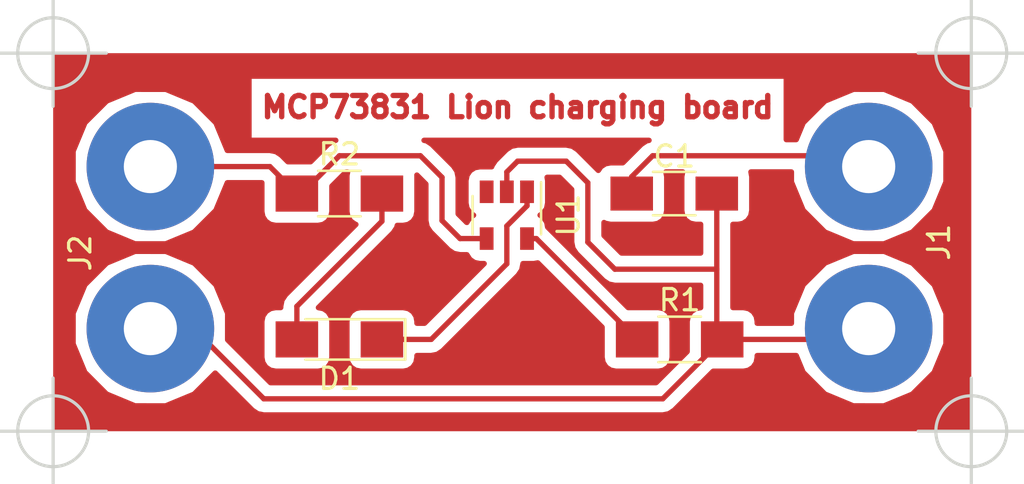
<source format=kicad_pcb>
(kicad_pcb (version 4) (host pcbnew 4.0.7)

  (general
    (links 11)
    (no_connects 1)
    (area 124.5 96.56 172.68 119.34)
    (thickness 1.6)
    (drawings 5)
    (tracks 39)
    (zones 0)
    (modules 7)
    (nets 7)
  )

  (page A4)
  (layers
    (0 F.Cu signal)
    (31 B.Cu signal)
    (32 B.Adhes user)
    (33 F.Adhes user)
    (34 B.Paste user)
    (35 F.Paste user)
    (36 B.SilkS user)
    (37 F.SilkS user)
    (38 B.Mask user)
    (39 F.Mask user)
    (40 Dwgs.User user)
    (41 Cmts.User user)
    (42 Eco1.User user)
    (43 Eco2.User user)
    (44 Edge.Cuts user)
    (45 Margin user)
    (46 B.CrtYd user)
    (47 F.CrtYd user)
    (48 B.Fab user)
    (49 F.Fab user)
  )

  (setup
    (last_trace_width 0.25)
    (trace_clearance 0.2)
    (zone_clearance 0.508)
    (zone_45_only no)
    (trace_min 0.2)
    (segment_width 0.2)
    (edge_width 0.15)
    (via_size 0.6)
    (via_drill 0.4)
    (via_min_size 0.4)
    (via_min_drill 0.3)
    (uvia_size 0.3)
    (uvia_drill 0.1)
    (uvias_allowed no)
    (uvia_min_size 0.2)
    (uvia_min_drill 0.1)
    (pcb_text_width 0.3)
    (pcb_text_size 1.5 1.5)
    (mod_edge_width 0.15)
    (mod_text_size 1 1)
    (mod_text_width 0.15)
    (pad_size 1.524 1.524)
    (pad_drill 0.762)
    (pad_to_mask_clearance 0.2)
    (aux_axis_origin 0 0)
    (visible_elements 7FFFFFFF)
    (pcbplotparams
      (layerselection 0x00030_80000001)
      (usegerberextensions false)
      (excludeedgelayer true)
      (linewidth 0.100000)
      (plotframeref false)
      (viasonmask false)
      (mode 1)
      (useauxorigin false)
      (hpglpennumber 1)
      (hpglpenspeed 20)
      (hpglpendiameter 15)
      (hpglpenoverlay 2)
      (psnegative false)
      (psa4output false)
      (plotreference true)
      (plotvalue true)
      (plotinvisibletext false)
      (padsonsilk true)
      (subtractmaskfromsilk false)
      (outputformat 1)
      (mirror false)
      (drillshape 0)
      (scaleselection 1)
      (outputdirectory gerber/))
  )

  (net 0 "")
  (net 1 "Net-(C1-Pad1)")
  (net 2 GND)
  (net 3 "Net-(D1-Pad1)")
  (net 4 "Net-(D1-Pad2)")
  (net 5 "Net-(R1-Pad1)")
  (net 6 +5V)

  (net_class Default "This is the default net class."
    (clearance 0.2)
    (trace_width 0.25)
    (via_dia 0.6)
    (via_drill 0.4)
    (uvia_dia 0.3)
    (uvia_drill 0.1)
    (add_net +5V)
    (add_net GND)
    (add_net "Net-(C1-Pad1)")
    (add_net "Net-(D1-Pad1)")
    (add_net "Net-(D1-Pad2)")
    (add_net "Net-(R1-Pad1)")
  )

  (module Capacitors_SMD:C_1206_HandSoldering (layer F.Cu) (tedit 58AA84D1) (tstamp 5BC492C9)
    (at 156.21 105.664)
    (descr "Capacitor SMD 1206, hand soldering")
    (tags "capacitor 1206")
    (path /5BC49122)
    (attr smd)
    (fp_text reference C1 (at 0 -1.75) (layer F.SilkS)
      (effects (font (size 1 1) (thickness 0.15)))
    )
    (fp_text value 4.7uf (at 0 2) (layer F.Fab)
      (effects (font (size 1 1) (thickness 0.15)))
    )
    (fp_text user %R (at 0 -1.75) (layer F.Fab)
      (effects (font (size 1 1) (thickness 0.15)))
    )
    (fp_line (start -1.6 0.8) (end -1.6 -0.8) (layer F.Fab) (width 0.1))
    (fp_line (start 1.6 0.8) (end -1.6 0.8) (layer F.Fab) (width 0.1))
    (fp_line (start 1.6 -0.8) (end 1.6 0.8) (layer F.Fab) (width 0.1))
    (fp_line (start -1.6 -0.8) (end 1.6 -0.8) (layer F.Fab) (width 0.1))
    (fp_line (start 1 -1.02) (end -1 -1.02) (layer F.SilkS) (width 0.12))
    (fp_line (start -1 1.02) (end 1 1.02) (layer F.SilkS) (width 0.12))
    (fp_line (start -3.25 -1.05) (end 3.25 -1.05) (layer F.CrtYd) (width 0.05))
    (fp_line (start -3.25 -1.05) (end -3.25 1.05) (layer F.CrtYd) (width 0.05))
    (fp_line (start 3.25 1.05) (end 3.25 -1.05) (layer F.CrtYd) (width 0.05))
    (fp_line (start 3.25 1.05) (end -3.25 1.05) (layer F.CrtYd) (width 0.05))
    (pad 1 smd rect (at -2 0) (size 2 1.6) (layers F.Cu F.Paste F.Mask)
      (net 1 "Net-(C1-Pad1)"))
    (pad 2 smd rect (at 2 0) (size 2 1.6) (layers F.Cu F.Paste F.Mask)
      (net 2 GND))
    (model Capacitors_SMD.3dshapes/C_1206.wrl
      (at (xyz 0 0 0))
      (scale (xyz 1 1 1))
      (rotate (xyz 0 0 0))
    )
  )

  (module LEDs:LED_1206_HandSoldering (layer F.Cu) (tedit 595FC724) (tstamp 5BC492CF)
    (at 140.462 112.522 180)
    (descr "LED SMD 1206, hand soldering")
    (tags "LED 1206")
    (path /5BC48FBC)
    (attr smd)
    (fp_text reference D1 (at 0 -1.85 180) (layer F.SilkS)
      (effects (font (size 1 1) (thickness 0.15)))
    )
    (fp_text value led (at 0 1.9 180) (layer F.Fab)
      (effects (font (size 1 1) (thickness 0.15)))
    )
    (fp_line (start -3.1 -0.95) (end -3.1 0.95) (layer F.SilkS) (width 0.12))
    (fp_line (start -0.4 0) (end 0.2 -0.4) (layer F.Fab) (width 0.1))
    (fp_line (start 0.2 -0.4) (end 0.2 0.4) (layer F.Fab) (width 0.1))
    (fp_line (start 0.2 0.4) (end -0.4 0) (layer F.Fab) (width 0.1))
    (fp_line (start -0.45 -0.4) (end -0.45 0.4) (layer F.Fab) (width 0.1))
    (fp_line (start -1.6 0.8) (end -1.6 -0.8) (layer F.Fab) (width 0.1))
    (fp_line (start 1.6 0.8) (end -1.6 0.8) (layer F.Fab) (width 0.1))
    (fp_line (start 1.6 -0.8) (end 1.6 0.8) (layer F.Fab) (width 0.1))
    (fp_line (start -1.6 -0.8) (end 1.6 -0.8) (layer F.Fab) (width 0.1))
    (fp_line (start -3.1 0.95) (end 1.6 0.95) (layer F.SilkS) (width 0.12))
    (fp_line (start -3.1 -0.95) (end 1.6 -0.95) (layer F.SilkS) (width 0.12))
    (fp_line (start -3.25 -1.11) (end 3.25 -1.11) (layer F.CrtYd) (width 0.05))
    (fp_line (start -3.25 -1.11) (end -3.25 1.1) (layer F.CrtYd) (width 0.05))
    (fp_line (start 3.25 1.1) (end 3.25 -1.11) (layer F.CrtYd) (width 0.05))
    (fp_line (start 3.25 1.1) (end -3.25 1.1) (layer F.CrtYd) (width 0.05))
    (pad 1 smd rect (at -2 0 180) (size 2 1.7) (layers F.Cu F.Paste F.Mask)
      (net 3 "Net-(D1-Pad1)"))
    (pad 2 smd rect (at 2 0 180) (size 2 1.7) (layers F.Cu F.Paste F.Mask)
      (net 4 "Net-(D1-Pad2)"))
    (model ${KISYS3DMOD}/LEDs.3dshapes/LED_1206.wrl
      (at (xyz 0 0 0))
      (scale (xyz 1 1 1))
      (rotate (xyz 0 0 180))
    )
  )

  (module Resistors_SMD:R_1206_HandSoldering (layer F.Cu) (tedit 58E0A804) (tstamp 5BC492E1)
    (at 156.464 112.522)
    (descr "Resistor SMD 1206, hand soldering")
    (tags "resistor 1206")
    (path /5BC4900E)
    (attr smd)
    (fp_text reference R1 (at 0 -1.85) (layer F.SilkS)
      (effects (font (size 1 1) (thickness 0.15)))
    )
    (fp_text value 2k (at 0 1.9) (layer F.Fab)
      (effects (font (size 1 1) (thickness 0.15)))
    )
    (fp_text user %R (at 0 0) (layer F.Fab)
      (effects (font (size 0.7 0.7) (thickness 0.105)))
    )
    (fp_line (start -1.6 0.8) (end -1.6 -0.8) (layer F.Fab) (width 0.1))
    (fp_line (start 1.6 0.8) (end -1.6 0.8) (layer F.Fab) (width 0.1))
    (fp_line (start 1.6 -0.8) (end 1.6 0.8) (layer F.Fab) (width 0.1))
    (fp_line (start -1.6 -0.8) (end 1.6 -0.8) (layer F.Fab) (width 0.1))
    (fp_line (start 1 1.07) (end -1 1.07) (layer F.SilkS) (width 0.12))
    (fp_line (start -1 -1.07) (end 1 -1.07) (layer F.SilkS) (width 0.12))
    (fp_line (start -3.25 -1.11) (end 3.25 -1.11) (layer F.CrtYd) (width 0.05))
    (fp_line (start -3.25 -1.11) (end -3.25 1.1) (layer F.CrtYd) (width 0.05))
    (fp_line (start 3.25 1.1) (end 3.25 -1.11) (layer F.CrtYd) (width 0.05))
    (fp_line (start 3.25 1.1) (end -3.25 1.1) (layer F.CrtYd) (width 0.05))
    (pad 1 smd rect (at -2 0) (size 2 1.7) (layers F.Cu F.Paste F.Mask)
      (net 5 "Net-(R1-Pad1)"))
    (pad 2 smd rect (at 2 0) (size 2 1.7) (layers F.Cu F.Paste F.Mask)
      (net 2 GND))
    (model ${KISYS3DMOD}/Resistors_SMD.3dshapes/R_1206.wrl
      (at (xyz 0 0 0))
      (scale (xyz 1 1 1))
      (rotate (xyz 0 0 0))
    )
  )

  (module Resistors_SMD:R_1206_HandSoldering (layer F.Cu) (tedit 58E0A804) (tstamp 5BC492E7)
    (at 140.462 105.664)
    (descr "Resistor SMD 1206, hand soldering")
    (tags "resistor 1206")
    (path /5BC48F8F)
    (attr smd)
    (fp_text reference R2 (at 0 -1.85) (layer F.SilkS)
      (effects (font (size 1 1) (thickness 0.15)))
    )
    (fp_text value 470 (at 0 1.9) (layer F.Fab)
      (effects (font (size 1 1) (thickness 0.15)))
    )
    (fp_text user %R (at 0 0) (layer F.Fab)
      (effects (font (size 0.7 0.7) (thickness 0.105)))
    )
    (fp_line (start -1.6 0.8) (end -1.6 -0.8) (layer F.Fab) (width 0.1))
    (fp_line (start 1.6 0.8) (end -1.6 0.8) (layer F.Fab) (width 0.1))
    (fp_line (start 1.6 -0.8) (end 1.6 0.8) (layer F.Fab) (width 0.1))
    (fp_line (start -1.6 -0.8) (end 1.6 -0.8) (layer F.Fab) (width 0.1))
    (fp_line (start 1 1.07) (end -1 1.07) (layer F.SilkS) (width 0.12))
    (fp_line (start -1 -1.07) (end 1 -1.07) (layer F.SilkS) (width 0.12))
    (fp_line (start -3.25 -1.11) (end 3.25 -1.11) (layer F.CrtYd) (width 0.05))
    (fp_line (start -3.25 -1.11) (end -3.25 1.1) (layer F.CrtYd) (width 0.05))
    (fp_line (start 3.25 1.1) (end 3.25 -1.11) (layer F.CrtYd) (width 0.05))
    (fp_line (start 3.25 1.1) (end -3.25 1.1) (layer F.CrtYd) (width 0.05))
    (pad 1 smd rect (at -2 0) (size 2 1.7) (layers F.Cu F.Paste F.Mask)
      (net 6 +5V))
    (pad 2 smd rect (at 2 0) (size 2 1.7) (layers F.Cu F.Paste F.Mask)
      (net 4 "Net-(D1-Pad2)"))
    (model ${KISYS3DMOD}/Resistors_SMD.3dshapes/R_1206.wrl
      (at (xyz 0 0 0))
      (scale (xyz 1 1 1))
      (rotate (xyz 0 0 0))
    )
  )

  (module TO_SOT_Packages_SMD:SOT-23-5 (layer F.Cu) (tedit 58CE4E7E) (tstamp 5BC492F0)
    (at 148.336 106.68 270)
    (descr "5-pin SOT23 package")
    (tags SOT-23-5)
    (path /5BC48CDE)
    (attr smd)
    (fp_text reference U1 (at 0 -2.9 270) (layer F.SilkS)
      (effects (font (size 1 1) (thickness 0.15)))
    )
    (fp_text value MCP73831 (at 2.794 0 360) (layer F.Fab)
      (effects (font (size 1 1) (thickness 0.15)))
    )
    (fp_text user %R (at 0 0 360) (layer F.Fab)
      (effects (font (size 0.5 0.5) (thickness 0.075)))
    )
    (fp_line (start -0.9 1.61) (end 0.9 1.61) (layer F.SilkS) (width 0.12))
    (fp_line (start 0.9 -1.61) (end -1.55 -1.61) (layer F.SilkS) (width 0.12))
    (fp_line (start -1.9 -1.8) (end 1.9 -1.8) (layer F.CrtYd) (width 0.05))
    (fp_line (start 1.9 -1.8) (end 1.9 1.8) (layer F.CrtYd) (width 0.05))
    (fp_line (start 1.9 1.8) (end -1.9 1.8) (layer F.CrtYd) (width 0.05))
    (fp_line (start -1.9 1.8) (end -1.9 -1.8) (layer F.CrtYd) (width 0.05))
    (fp_line (start -0.9 -0.9) (end -0.25 -1.55) (layer F.Fab) (width 0.1))
    (fp_line (start 0.9 -1.55) (end -0.25 -1.55) (layer F.Fab) (width 0.1))
    (fp_line (start -0.9 -0.9) (end -0.9 1.55) (layer F.Fab) (width 0.1))
    (fp_line (start 0.9 1.55) (end -0.9 1.55) (layer F.Fab) (width 0.1))
    (fp_line (start 0.9 -1.55) (end 0.9 1.55) (layer F.Fab) (width 0.1))
    (pad 1 smd rect (at -1.1 -0.95 270) (size 1.06 0.65) (layers F.Cu F.Paste F.Mask)
      (net 3 "Net-(D1-Pad1)"))
    (pad 2 smd rect (at -1.1 0 270) (size 1.06 0.65) (layers F.Cu F.Paste F.Mask)
      (net 2 GND))
    (pad 3 smd rect (at -1.1 0.95 270) (size 1.06 0.65) (layers F.Cu F.Paste F.Mask)
      (net 1 "Net-(C1-Pad1)"))
    (pad 4 smd rect (at 1.1 0.95 270) (size 1.06 0.65) (layers F.Cu F.Paste F.Mask)
      (net 6 +5V))
    (pad 5 smd rect (at 1.1 -0.95 270) (size 1.06 0.65) (layers F.Cu F.Paste F.Mask)
      (net 5 "Net-(R1-Pad1)"))
    (model ${KISYS3DMOD}/TO_SOT_Packages_SMD.3dshapes/SOT-23-5.wrl
      (at (xyz 0 0 0))
      (scale (xyz 1 1 1))
      (rotate (xyz 0 0 0))
    )
  )

  (module .pretty:SolderWirePad_2x_2-5mmDrill (layer F.Cu) (tedit 5BC49728) (tstamp 5BC49851)
    (at 165.354 108.204 270)
    (path /5BC490A5)
    (fp_text reference J1 (at -0.254 -3.302 270) (layer F.SilkS)
      (effects (font (size 1 1) (thickness 0.15)))
    )
    (fp_text value "battery in" (at -7.874 0 360) (layer F.Fab)
      (effects (font (size 1 1) (thickness 0.15)))
    )
    (pad 1 thru_hole circle (at -3.81 0 270) (size 5.99948 5.99948) (drill 2.49936) (layers *.Cu *.Mask)
      (net 1 "Net-(C1-Pad1)"))
    (pad 2 thru_hole circle (at 3.81 0 270) (size 5.99948 5.99948) (drill 2.49936) (layers *.Cu *.Mask B.Paste)
      (net 2 GND))
  )

  (module .pretty:SolderWirePad_2x_2-5mmDrill (layer F.Cu) (tedit 5BC49728) (tstamp 5BC49856)
    (at 131.572 108.204 90)
    (path /5BC4941D)
    (fp_text reference J2 (at -0.254 -3.302 90) (layer F.SilkS)
      (effects (font (size 1 1) (thickness 0.15)))
    )
    (fp_text value charge_in (at 8.382 0 180) (layer F.Fab)
      (effects (font (size 1 1) (thickness 0.15)))
    )
    (pad 1 thru_hole circle (at -3.81 0 90) (size 5.99948 5.99948) (drill 2.49936) (layers *.Cu *.Mask)
      (net 2 GND))
    (pad 2 thru_hole circle (at 3.81 0 90) (size 5.99948 5.99948) (drill 2.49936) (layers *.Cu *.Mask B.Paste)
      (net 6 +5V))
  )

  (target plus (at 127 116.84) (size 5) (width 0.15) (layer Edge.Cuts) (tstamp 5BCA2035))
  (target plus (at 170.18 116.84) (size 5) (width 0.15) (layer Edge.Cuts) (tstamp 5BCA2031))
  (target plus (at 170.18 99.06) (size 5) (width 0.15) (layer Edge.Cuts) (tstamp 5BCA202B))
  (target plus (at 127 99.06) (size 5) (width 0.15) (layer Edge.Cuts))
  (gr_text "MCP73831 Lion charging board" (at 148.844 101.6) (layer F.Cu)
    (effects (font (size 1 1) (thickness 0.25)))
  )

  (segment (start 154.21 105.664) (end 154.21 104.87) (width 0.25) (layer F.Cu) (net 1))
  (segment (start 154.21 104.87) (end 155.194 103.886) (width 0.25) (layer F.Cu) (net 1) (tstamp 5BC49964))
  (segment (start 155.194 103.886) (end 164.338 103.886) (width 0.25) (layer F.Cu) (net 1) (tstamp 5BC49965))
  (segment (start 164.338 103.886) (end 165.354 104.902) (width 0.25) (layer F.Cu) (net 1) (tstamp 5BC49966))
  (segment (start 164.592 105.664) (end 165.354 104.902) (width 0.25) (layer F.Cu) (net 1) (tstamp 5BC49933))
  (segment (start 148.336 105.58) (end 148.336 104.648) (width 0.25) (layer F.Cu) (net 2))
  (segment (start 153.416 109.22) (end 158.21 109.22) (width 0.25) (layer F.Cu) (net 2) (tstamp 5BC499CD))
  (segment (start 152.146 107.95) (end 153.416 109.22) (width 0.25) (layer F.Cu) (net 2) (tstamp 5BC499C9))
  (segment (start 152.146 105.156) (end 152.146 107.95) (width 0.25) (layer F.Cu) (net 2) (tstamp 5BC499C7))
  (segment (start 151.13 104.14) (end 152.146 105.156) (width 0.25) (layer F.Cu) (net 2) (tstamp 5BC499C5))
  (segment (start 148.844 104.14) (end 151.13 104.14) (width 0.25) (layer F.Cu) (net 2) (tstamp 5BC499C4))
  (segment (start 148.336 104.648) (end 148.844 104.14) (width 0.25) (layer F.Cu) (net 2) (tstamp 5BC499C2))
  (segment (start 131.572 112.014) (end 133.604 112.014) (width 0.25) (layer F.Cu) (net 2))
  (segment (start 133.604 112.014) (end 136.906 115.316) (width 0.25) (layer F.Cu) (net 2) (tstamp 5BC49970))
  (segment (start 136.906 115.316) (end 155.67 115.316) (width 0.25) (layer F.Cu) (net 2) (tstamp 5BC49972))
  (segment (start 155.67 115.316) (end 158.464 112.522) (width 0.25) (layer F.Cu) (net 2) (tstamp 5BC49974))
  (segment (start 165.354 112.522) (end 158.464 112.522) (width 0.25) (layer F.Cu) (net 2))
  (segment (start 158.21 105.664) (end 158.21 109.22) (width 0.25) (layer F.Cu) (net 2))
  (segment (start 158.21 109.22) (end 158.21 112.268) (width 0.25) (layer F.Cu) (net 2) (tstamp 5BC499D3))
  (segment (start 158.21 112.268) (end 158.464 112.522) (width 0.25) (layer F.Cu) (net 2) (tstamp 5BC49936))
  (segment (start 142.462 112.522) (end 144.78 112.522) (width 0.25) (layer F.Cu) (net 3))
  (segment (start 149.286 106.238) (end 149.286 105.58) (width 0.25) (layer F.Cu) (net 3) (tstamp 5BC499E5))
  (segment (start 148.336 107.188) (end 149.286 106.238) (width 0.25) (layer F.Cu) (net 3) (tstamp 5BC499D9))
  (segment (start 148.336 108.966) (end 148.336 107.188) (width 0.25) (layer F.Cu) (net 3) (tstamp 5BC499D7))
  (segment (start 144.78 112.522) (end 148.336 108.966) (width 0.25) (layer F.Cu) (net 3) (tstamp 5BC499D5))
  (segment (start 142.462 105.664) (end 142.462 106.966) (width 0.25) (layer F.Cu) (net 4))
  (segment (start 138.462 110.966) (end 138.462 112.522) (width 0.25) (layer F.Cu) (net 4) (tstamp 5BC49923))
  (segment (start 142.462 106.966) (end 138.462 110.966) (width 0.25) (layer F.Cu) (net 4) (tstamp 5BC49921))
  (segment (start 149.286 107.78) (end 149.722 107.78) (width 0.25) (layer F.Cu) (net 5))
  (segment (start 149.722 107.78) (end 154.464 112.522) (width 0.25) (layer F.Cu) (net 5) (tstamp 5BC499B9))
  (segment (start 138.462 105.664) (end 138.684 105.664) (width 0.25) (layer F.Cu) (net 6))
  (segment (start 138.684 105.664) (end 140.462 103.886) (width 0.25) (layer F.Cu) (net 6) (tstamp 5BC499EC))
  (segment (start 146.134 107.78) (end 147.386 107.78) (width 0.25) (layer F.Cu) (net 6) (tstamp 5BC499F5))
  (segment (start 145.288 106.934) (end 146.134 107.78) (width 0.25) (layer F.Cu) (net 6) (tstamp 5BC499F3))
  (segment (start 145.288 104.902) (end 145.288 106.934) (width 0.25) (layer F.Cu) (net 6) (tstamp 5BC499F1))
  (segment (start 144.272 103.886) (end 145.288 104.902) (width 0.25) (layer F.Cu) (net 6) (tstamp 5BC499F0))
  (segment (start 140.462 103.886) (end 144.272 103.886) (width 0.25) (layer F.Cu) (net 6) (tstamp 5BC499EE))
  (segment (start 131.572 104.394) (end 137.192 104.394) (width 0.25) (layer F.Cu) (net 6))
  (segment (start 137.192 104.394) (end 138.462 105.664) (width 0.25) (layer F.Cu) (net 6) (tstamp 5BC498FD))

  (zone (net 0) (net_name "") (layer F.Cu) (tstamp 0) (hatch edge 0.508)
    (connect_pads (clearance 0.508))
    (min_thickness 0.254)
    (fill yes (arc_segments 16) (thermal_gap 0.508) (thermal_bridge_width 0.508))
    (polygon
      (pts
        (xy 127 99.06) (xy 170.18 99.06) (xy 170.18 116.84) (xy 127 116.84)
      )
    )
    (filled_polygon
      (pts
        (xy 170.053 116.713) (xy 127.127 116.713) (xy 127.127 105.113823) (xy 127.93663 105.113823) (xy 128.48882 106.450225)
        (xy 129.510397 107.473586) (xy 130.845834 108.028108) (xy 132.291823 108.02937) (xy 133.628225 107.47718) (xy 134.651586 106.455603)
        (xy 135.192059 105.154) (xy 136.81456 105.154) (xy 136.81456 106.514) (xy 136.858838 106.749317) (xy 136.99791 106.965441)
        (xy 137.21011 107.110431) (xy 137.462 107.16144) (xy 139.462 107.16144) (xy 139.697317 107.117162) (xy 139.913441 106.97809)
        (xy 140.058431 106.76589) (xy 140.10944 106.514) (xy 140.10944 105.313362) (xy 140.776802 104.646) (xy 140.848581 104.646)
        (xy 140.81456 104.814) (xy 140.81456 106.514) (xy 140.858838 106.749317) (xy 140.99791 106.965441) (xy 141.21011 107.110431)
        (xy 141.237267 107.115931) (xy 137.924599 110.428599) (xy 137.759852 110.675161) (xy 137.702 110.966) (xy 137.702 111.02456)
        (xy 137.462 111.02456) (xy 137.226683 111.068838) (xy 137.010559 111.20791) (xy 136.865569 111.42011) (xy 136.81456 111.672)
        (xy 136.81456 113.372) (xy 136.858838 113.607317) (xy 136.99791 113.823441) (xy 137.21011 113.968431) (xy 137.462 114.01944)
        (xy 139.462 114.01944) (xy 139.697317 113.975162) (xy 139.913441 113.83609) (xy 140.058431 113.62389) (xy 140.10944 113.372)
        (xy 140.10944 111.672) (xy 140.065162 111.436683) (xy 139.92609 111.220559) (xy 139.71389 111.075569) (xy 139.475507 111.027295)
        (xy 142.999401 107.503401) (xy 143.164148 107.25684) (xy 143.183124 107.16144) (xy 143.462 107.16144) (xy 143.697317 107.117162)
        (xy 143.913441 106.97809) (xy 144.058431 106.76589) (xy 144.10944 106.514) (xy 144.10944 104.814) (xy 144.105788 104.79459)
        (xy 144.528 105.216802) (xy 144.528 106.934) (xy 144.585852 107.224839) (xy 144.750599 107.471401) (xy 145.596599 108.317401)
        (xy 145.843161 108.482148) (xy 146.134 108.54) (xy 146.456838 108.54) (xy 146.457838 108.545317) (xy 146.59691 108.761441)
        (xy 146.80911 108.906431) (xy 147.061 108.95744) (xy 147.269758 108.95744) (xy 144.465198 111.762) (xy 144.10944 111.762)
        (xy 144.10944 111.672) (xy 144.065162 111.436683) (xy 143.92609 111.220559) (xy 143.71389 111.075569) (xy 143.462 111.02456)
        (xy 141.462 111.02456) (xy 141.226683 111.068838) (xy 141.010559 111.20791) (xy 140.865569 111.42011) (xy 140.81456 111.672)
        (xy 140.81456 113.372) (xy 140.858838 113.607317) (xy 140.99791 113.823441) (xy 141.21011 113.968431) (xy 141.462 114.01944)
        (xy 143.462 114.01944) (xy 143.697317 113.975162) (xy 143.913441 113.83609) (xy 144.058431 113.62389) (xy 144.10944 113.372)
        (xy 144.10944 113.282) (xy 144.78 113.282) (xy 145.070839 113.224148) (xy 145.317401 113.059401) (xy 148.873401 109.503401)
        (xy 149.038148 109.25684) (xy 149.047746 109.208586) (xy 149.096 108.966) (xy 149.096 108.95744) (xy 149.611 108.95744)
        (xy 149.790805 108.923607) (xy 152.81656 111.949362) (xy 152.81656 113.372) (xy 152.860838 113.607317) (xy 152.99991 113.823441)
        (xy 153.21211 113.968431) (xy 153.464 114.01944) (xy 155.464 114.01944) (xy 155.699317 113.975162) (xy 155.915441 113.83609)
        (xy 156.060431 113.62389) (xy 156.11144 113.372) (xy 156.11144 111.672) (xy 156.067162 111.436683) (xy 155.92809 111.220559)
        (xy 155.71589 111.075569) (xy 155.464 111.02456) (xy 154.041362 111.02456) (xy 150.259401 107.242599) (xy 150.256709 107.2408)
        (xy 150.214162 107.014683) (xy 150.07509 106.798559) (xy 149.899768 106.678767) (xy 150.062441 106.57409) (xy 150.207431 106.36189)
        (xy 150.25844 106.11) (xy 150.25844 105.05) (xy 150.230216 104.9) (xy 150.815198 104.9) (xy 151.386 105.470802)
        (xy 151.386 107.95) (xy 151.443852 108.240839) (xy 151.608599 108.487401) (xy 152.878599 109.757401) (xy 153.12516 109.922148)
        (xy 153.416 109.98) (xy 157.45 109.98) (xy 157.45 111.027194) (xy 157.228683 111.068838) (xy 157.012559 111.20791)
        (xy 156.867569 111.42011) (xy 156.81656 111.672) (xy 156.81656 113.094638) (xy 155.355198 114.556) (xy 137.220802 114.556)
        (xy 135.206281 112.541479) (xy 135.20737 111.294177) (xy 134.65518 109.957775) (xy 133.633603 108.934414) (xy 132.298166 108.379892)
        (xy 130.852177 108.37863) (xy 129.515775 108.93082) (xy 128.492414 109.952397) (xy 127.937892 111.287834) (xy 127.93663 112.733823)
        (xy 128.48882 114.070225) (xy 129.510397 115.093586) (xy 130.845834 115.648108) (xy 132.291823 115.64937) (xy 133.628225 115.09718)
        (xy 134.621167 114.105969) (xy 136.368599 115.853401) (xy 136.61516 116.018148) (xy 136.906 116.076) (xy 155.67 116.076)
        (xy 155.960839 116.018148) (xy 156.207401 115.853401) (xy 158.041362 114.01944) (xy 159.464 114.01944) (xy 159.699317 113.975162)
        (xy 159.915441 113.83609) (xy 160.060431 113.62389) (xy 160.11144 113.372) (xy 160.11144 113.282) (xy 161.945132 113.282)
        (xy 162.27082 114.070225) (xy 163.292397 115.093586) (xy 164.627834 115.648108) (xy 166.073823 115.64937) (xy 167.410225 115.09718)
        (xy 168.433586 114.075603) (xy 168.988108 112.740166) (xy 168.98937 111.294177) (xy 168.43718 109.957775) (xy 167.415603 108.934414)
        (xy 166.080166 108.379892) (xy 164.634177 108.37863) (xy 163.297775 108.93082) (xy 162.274414 109.952397) (xy 161.719892 111.287834)
        (xy 161.719478 111.762) (xy 160.11144 111.762) (xy 160.11144 111.672) (xy 160.067162 111.436683) (xy 159.92809 111.220559)
        (xy 159.71589 111.075569) (xy 159.464 111.02456) (xy 158.97 111.02456) (xy 158.97 107.11144) (xy 159.21 107.11144)
        (xy 159.445317 107.067162) (xy 159.661441 106.92809) (xy 159.806431 106.71589) (xy 159.85744 106.464) (xy 159.85744 104.864)
        (xy 159.81642 104.646) (xy 161.719038 104.646) (xy 161.71863 105.113823) (xy 162.27082 106.450225) (xy 163.292397 107.473586)
        (xy 164.627834 108.028108) (xy 166.073823 108.02937) (xy 167.410225 107.47718) (xy 168.433586 106.455603) (xy 168.988108 105.120166)
        (xy 168.98937 103.674177) (xy 168.43718 102.337775) (xy 167.415603 101.314414) (xy 166.080166 100.759892) (xy 164.634177 100.75863)
        (xy 163.297775 101.31082) (xy 162.274414 102.332397) (xy 161.944881 103.126) (xy 161.479001 103.126) (xy 161.479001 100.14)
        (xy 136.208999 100.14) (xy 136.208999 103.16) (xy 140.291072 103.16) (xy 140.171161 103.183852) (xy 139.924599 103.348599)
        (xy 139.106638 104.16656) (xy 138.039362 104.16656) (xy 137.729401 103.856599) (xy 137.482839 103.691852) (xy 137.192 103.634)
        (xy 135.190769 103.634) (xy 134.65518 102.337775) (xy 133.633603 101.314414) (xy 132.298166 100.759892) (xy 130.852177 100.75863)
        (xy 129.515775 101.31082) (xy 128.492414 102.332397) (xy 127.937892 103.667834) (xy 127.93663 105.113823) (xy 127.127 105.113823)
        (xy 127.127 99.187) (xy 170.053 99.187)
      )
    )
    (filled_polygon
      (pts
        (xy 156.56256 104.864) (xy 156.56256 106.464) (xy 156.606838 106.699317) (xy 156.74591 106.915441) (xy 156.95811 107.060431)
        (xy 157.21 107.11144) (xy 157.45 107.11144) (xy 157.45 108.46) (xy 153.730802 108.46) (xy 152.906 107.635198)
        (xy 152.906 107.024826) (xy 152.95811 107.060431) (xy 153.21 107.11144) (xy 155.21 107.11144) (xy 155.445317 107.067162)
        (xy 155.661441 106.92809) (xy 155.806431 106.71589) (xy 155.85744 106.464) (xy 155.85744 104.864) (xy 155.81642 104.646)
        (xy 156.606706 104.646)
      )
    )
    (filled_polygon
      (pts
        (xy 154.903161 103.183852) (xy 154.656599 103.348599) (xy 153.788638 104.21656) (xy 153.21 104.21656) (xy 152.974683 104.260838)
        (xy 152.758559 104.39991) (xy 152.639281 104.574479) (xy 151.667401 103.602599) (xy 151.420839 103.437852) (xy 151.13 103.38)
        (xy 148.844 103.38) (xy 148.553161 103.437852) (xy 148.553159 103.437853) (xy 148.55316 103.437853) (xy 148.306599 103.602599)
        (xy 147.798599 104.110599) (xy 147.633852 104.357161) (xy 147.624821 104.40256) (xy 147.061 104.40256) (xy 146.825683 104.446838)
        (xy 146.609559 104.58591) (xy 146.464569 104.79811) (xy 146.41356 105.05) (xy 146.41356 106.11) (xy 146.457838 106.345317)
        (xy 146.59691 106.561441) (xy 146.772232 106.681233) (xy 146.609559 106.78591) (xy 146.464569 106.99811) (xy 146.460136 107.02)
        (xy 146.448802 107.02) (xy 146.048 106.619198) (xy 146.048 104.902) (xy 145.990148 104.611161) (xy 145.825401 104.364599)
        (xy 144.809401 103.348599) (xy 144.562839 103.183852) (xy 144.442928 103.16) (xy 155.023072 103.16)
      )
    )
  )
)

</source>
